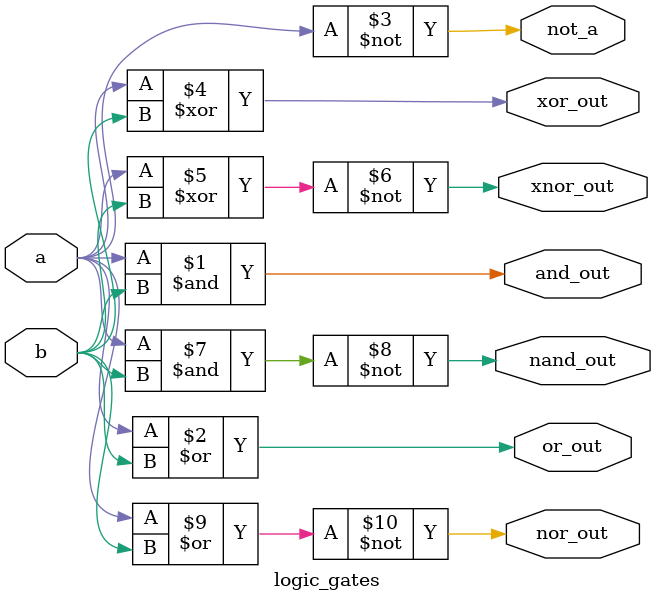
<source format=v>
module logic_gates(input a, b, output and_out, or_out, not_a, xor_out, xnor_out, nand_out, nor_out);
    assign and_out = a & b;
    assign or_out = a | b;
    assign not_a = ~a;
    assign xor_out = a ^ b;
    assign xnor_out = ~(a ^ b);
    assign nand_out = ~(a & b);
    assign nor_out = ~(a | b);
endmodule

</source>
